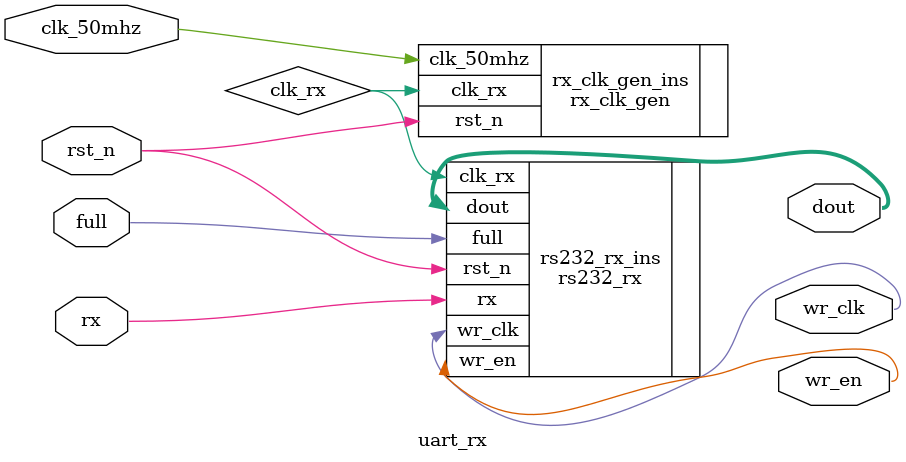
<source format=v>
module uart_rx
(
	 input 			clk_50mhz,
	 input 			rst_n,
	 
	 input 			rx,
	 
	 output 		wr_en,
	 output 		wr_clk,
	 output [7:0]	dout,
	 input 			full
);

	wire clk_rx;

	rx_clk_gen rx_clk_gen_ins
	(
		.clk_50mhz(clk_50mhz),
		.rst_n(rst_n),
		.clk_rx(clk_rx)
	);

	rs232_rx rs232_rx_ins
	(
		.clk_rx(clk_rx),
		.rst_n(rst_n),
			
			
		.rx(rx),
		   
		.wr_en(wr_en),
		.wr_clk(wr_clk),
		.dout(dout),
		.full(full)
	);

endmodule 
</source>
